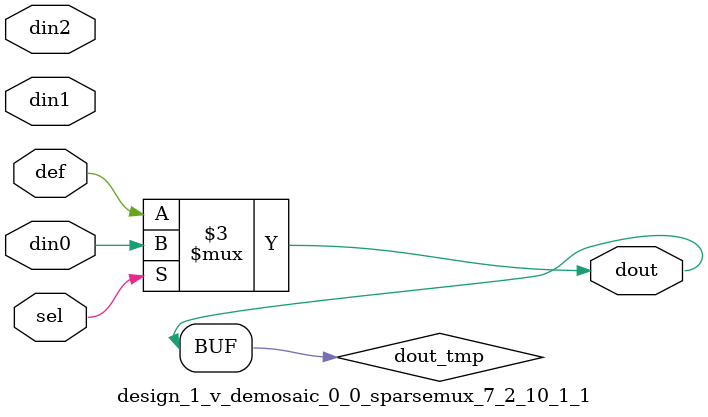
<source format=v>
`timescale 1ns / 1ps

module design_1_v_demosaic_0_0_sparsemux_7_2_10_1_1 (din0,din1,din2,def,sel,dout);

parameter din0_WIDTH = 1;

parameter din1_WIDTH = 1;

parameter din2_WIDTH = 1;

parameter def_WIDTH = 1;
parameter sel_WIDTH = 1;
parameter dout_WIDTH = 1;

parameter [sel_WIDTH-1:0] CASE0 = 1;

parameter [sel_WIDTH-1:0] CASE1 = 1;

parameter [sel_WIDTH-1:0] CASE2 = 1;

parameter ID = 1;
parameter NUM_STAGE = 1;



input [din0_WIDTH-1:0] din0;

input [din1_WIDTH-1:0] din1;

input [din2_WIDTH-1:0] din2;

input [def_WIDTH-1:0] def;
input [sel_WIDTH-1:0] sel;

output [dout_WIDTH-1:0] dout;



reg [dout_WIDTH-1:0] dout_tmp;


always @ (*) begin
(* parallel_case *) case (sel)
    
    CASE0 : dout_tmp = din0;
    
    CASE1 : dout_tmp = din1;
    
    CASE2 : dout_tmp = din2;
    
    default : dout_tmp = def;
endcase
end


assign dout = dout_tmp;



endmodule

</source>
